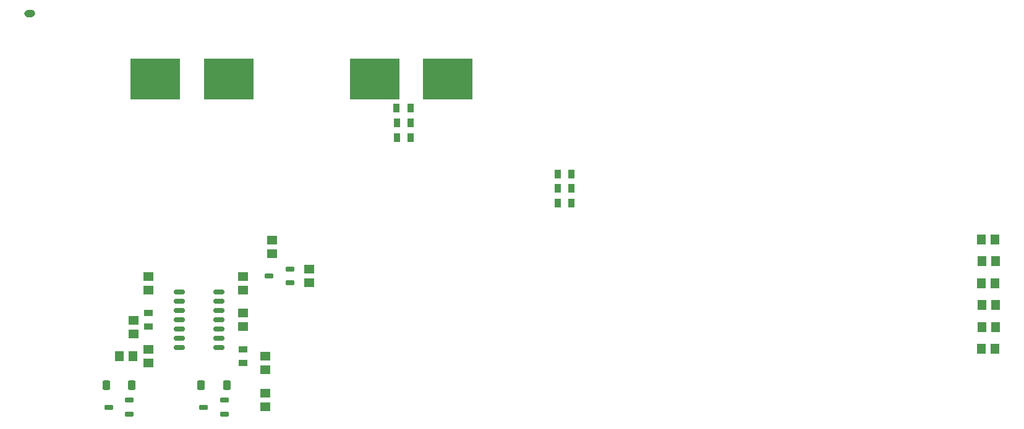
<source format=gbp>
G04*
G04 #@! TF.GenerationSoftware,Altium Limited,Altium Designer,22.7.1 (60)*
G04*
G04 Layer_Color=128*
%FSLAX44Y44*%
%MOMM*%
G71*
G04*
G04 #@! TF.SameCoordinates,F110A0D0-B471-48EF-BBF6-E10C2EB46B9C*
G04*
G04*
G04 #@! TF.FilePolarity,Positive*
G04*
G01*
G75*
%ADD17C,1.0000*%
%ADD20R,1.1500X1.3500*%
%ADD21R,0.9000X1.3000*%
%ADD22R,1.3500X1.1500*%
%ADD27R,1.3000X0.9000*%
G04:AMPARAMS|DCode=34|XSize=1.3mm|YSize=1.1mm|CornerRadius=0.275mm|HoleSize=0mm|Usage=FLASHONLY|Rotation=270.000|XOffset=0mm|YOffset=0mm|HoleType=Round|Shape=RoundedRectangle|*
%AMROUNDEDRECTD34*
21,1,1.3000,0.5500,0,0,270.0*
21,1,0.7500,1.1000,0,0,270.0*
1,1,0.5500,-0.2750,-0.3750*
1,1,0.5500,-0.2750,0.3750*
1,1,0.5500,0.2750,0.3750*
1,1,0.5500,0.2750,-0.3750*
%
%ADD34ROUNDEDRECTD34*%
G04:AMPARAMS|DCode=109|XSize=0.6mm|YSize=1.55mm|CornerRadius=0.15mm|HoleSize=0mm|Usage=FLASHONLY|Rotation=90.000|XOffset=0mm|YOffset=0mm|HoleType=Round|Shape=RoundedRectangle|*
%AMROUNDEDRECTD109*
21,1,0.6000,1.2500,0,0,90.0*
21,1,0.3000,1.5500,0,0,90.0*
1,1,0.3000,0.6250,0.1500*
1,1,0.3000,0.6250,-0.1500*
1,1,0.3000,-0.6250,-0.1500*
1,1,0.3000,-0.6250,0.1500*
%
%ADD109ROUNDEDRECTD109*%
G04:AMPARAMS|DCode=110|XSize=0.65mm|YSize=1.25mm|CornerRadius=0.1625mm|HoleSize=0mm|Usage=FLASHONLY|Rotation=90.000|XOffset=0mm|YOffset=0mm|HoleType=Round|Shape=RoundedRectangle|*
%AMROUNDEDRECTD110*
21,1,0.6500,0.9250,0,0,90.0*
21,1,0.3250,1.2500,0,0,90.0*
1,1,0.3250,0.4625,0.1625*
1,1,0.3250,0.4625,-0.1625*
1,1,0.3250,-0.4625,-0.1625*
1,1,0.3250,-0.4625,0.1625*
%
%ADD110ROUNDEDRECTD110*%
%ADD111R,6.9000X5.6000*%
D17*
X50000Y590000D02*
G03*
X45466Y589742I0J-40000D01*
G01*
D20*
X170750Y120000D02*
D03*
X189250D02*
D03*
X1351500Y160000D02*
D03*
X1370000D02*
D03*
X1350750Y130000D02*
D03*
X1369250D02*
D03*
Y280000D02*
D03*
X1350750D02*
D03*
X1370000Y250000D02*
D03*
X1351500D02*
D03*
X1369250Y220000D02*
D03*
X1350750D02*
D03*
X1351500Y190000D02*
D03*
X1370000D02*
D03*
D21*
X770500Y330000D02*
D03*
X789500D02*
D03*
X770500Y350000D02*
D03*
X789500D02*
D03*
X770500Y370000D02*
D03*
X789500D02*
D03*
X550500Y440000D02*
D03*
X569500D02*
D03*
X550000Y460000D02*
D03*
X569000D02*
D03*
X550500Y420000D02*
D03*
X569500D02*
D03*
D22*
X210000Y110750D02*
D03*
Y129250D02*
D03*
Y229250D02*
D03*
Y210750D02*
D03*
X340000D02*
D03*
Y229250D02*
D03*
Y179250D02*
D03*
Y160750D02*
D03*
X190000Y150750D02*
D03*
Y169250D02*
D03*
X370000Y69250D02*
D03*
Y50750D02*
D03*
Y101500D02*
D03*
Y120000D02*
D03*
X380000Y279250D02*
D03*
Y260750D02*
D03*
X430000Y220750D02*
D03*
Y239250D02*
D03*
D27*
X210000Y179500D02*
D03*
Y160500D02*
D03*
X340000Y129500D02*
D03*
Y110500D02*
D03*
D34*
X152500Y80000D02*
D03*
X187500D02*
D03*
X282500D02*
D03*
X317500D02*
D03*
D109*
X307002Y195400D02*
D03*
Y208100D02*
D03*
Y182700D02*
D03*
Y170000D02*
D03*
Y157300D02*
D03*
Y144600D02*
D03*
Y131900D02*
D03*
X253002Y208100D02*
D03*
Y195400D02*
D03*
Y182700D02*
D03*
Y170000D02*
D03*
Y157300D02*
D03*
Y144600D02*
D03*
Y131900D02*
D03*
D110*
X155751Y50000D02*
D03*
X184251Y40500D02*
D03*
Y59500D02*
D03*
X285750Y50000D02*
D03*
X314250Y40500D02*
D03*
Y59500D02*
D03*
X375750Y230000D02*
D03*
X404250Y220500D02*
D03*
Y239500D02*
D03*
D111*
X520000Y500000D02*
D03*
X620000D02*
D03*
X320000D02*
D03*
X220000D02*
D03*
M02*

</source>
